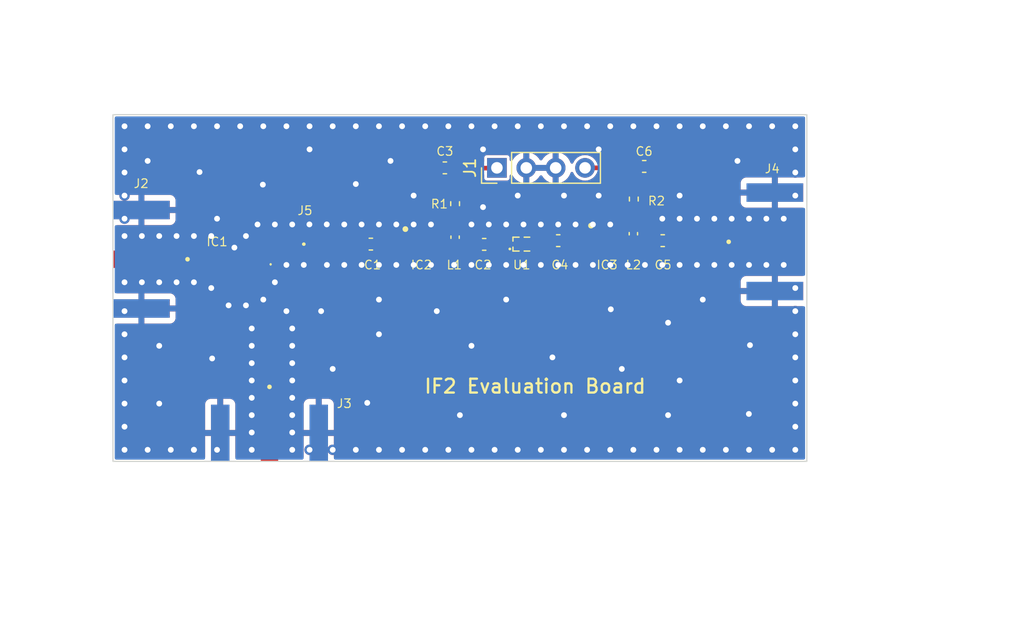
<source format=kicad_pcb>
(kicad_pcb (version 20211014) (generator pcbnew)
  (layers (0 "F.Cu" signal) (31 "B.Cu" signal) (34 "B.Paste" user) (35 "F.Paste" user) (36 "B.SilkS" user "B.Silkscreen") (37 "F.SilkS" user "F.Silkscreen") (38 "B.Mask" user) (39 "F.Mask" user) (44 "Edge.Cuts" user))
  (net 0 "")
  (net 1 "/MS_out")
  (net 2 "/amp1_in")
  (net 3 "/amp1_out")
  (net 4 "/SAW_in")
  (net 5 "GND")
  (net 6 "/Vdd_amp1")
  (net 7 "/SAW_out")
  (net 8 "/amp2_in")
  (net 9 "/amp2_out")
  (net 10 "/RF_out")
  (net 11 "/Vdd_amp2")
  (net 12 "/IF")
  (net 13 "/RF")
  (net 14 "/LO")
  (net 15 "/DC1")
  (net 16 "/DC2")
  (footprint "GGS_Connectors:LINX_CONSMA020.062-G" (layer "F.Cu") (at 124.0575 106.6 -90)
    (fp_text reference "J2" (at -6.55 -2.4325 180) (layer "F.SilkS") (effects (font (size 0.75 0.75) (thickness 0.1))))
    (fp_text value "SMA")
    (fp_circle (center 0 -6.44) (end 0.1 -6.44) (layer "F.SilkS") (width 0.2) (fill none))
    (pad "1" smd rect (at 0 -2.8 270) (size 1.5 5.6) (layers "F.Cu" "F.Paste" "F.Mask") (net 13 "/RF"))
    (pad "S1" smd rect (at -4.26 -2.45 270) (size 1.6 4.9) (layers "F.Cu" "F.Paste" "F.Mask") (net 5 "GND"))
    (pad "S2" smd rect (at 4.26 -2.45 270) (size 1.6 4.9) (layers "F.Cu" "F.Paste" "F.Mask") (net 5 "GND"))
    (pad "S3" smd rect (at -4.26 -2.45 270) (size 1.6 4.9) (layers "B.Cu" "B.Paste" "B.Mask") (net 5 "GND"))
    (pad "S4" smd rect (at 4.26 -2.45 270) (size 1.6 4.9) (layers "B.Cu" "B.Paste" "B.Mask") (net 5 "GND"))
  )
  (footprint "Mixer_2_Library:B39871B4316P810" (layer "F.Cu") (at 159.3875 105.29)
    (fp_text reference "U1" (at 0.01 1.8 unlocked) (layer "F.SilkS") (effects (font (size 0.75 0.75) (thickness 0.1))))
    (fp_text value "B39871B4316P810")
    (fp_line (start -0.75 0.6) (end -0.75 0.26) (layer "F.SilkS") (width 0.12))
    (fp_line (start 0.7 0.6) (end 0.22 0.6) (layer "F.SilkS") (width 0.12))
    (fp_line (start 0.7 -0.6) (end 0.22 -0.6) (layer "F.SilkS") (width 0.12))
    (fp_line (start -0.75 -0.6) (end -0.75 -0.26) (layer "F.SilkS") (width 0.12))
    (fp_line (start -0.22 -0.6) (end -0.75 -0.6) (layer "F.SilkS") (width 0.12))
    (fp_line (start -0.22 0.6) (end -0.75 0.6) (layer "F.SilkS") (width 0.12))
    (fp_circle (center -1.02 0.42) (end -0.96 0.42) (layer "F.SilkS") (width 0.12) (fill none))
    (pad "1" smd rect (at -0.81 0) (size 0.88 0.34) (layers "F.Cu" "F.Paste" "F.Mask") (net 4 "/SAW_in"))
    (pad "2" smd rect (at 0 0.61) (size 0.26 0.98) (layers "F.Cu" "F.Paste" "F.Mask") (net 5 "GND"))
    (pad "3" smd rect (at 0.81 0.285) (size 0.88 0.33) (layers "F.Cu" "F.Paste" "F.Mask") (net 5 "GND"))
    (pad "4" smd rect (at 0.815 -0.285) (size 0.89 0.33) (layers "F.Cu" "F.Paste" "F.Mask") (net 7 "/SAW_out"))
    (pad "5" smd rect (at 0 -0.61) (size 0.26 0.98) (layers "F.Cu" "F.Paste" "F.Mask") (net 5 "GND"))
  )
  (footprint "Capacitor_SMD:C_0603_1608Metric_Pad1.08x0.95mm_HandSolder" (layer "F.Cu") (at 169.9875 98.5675 180)
    (fp_text reference "C6" (at 0.01 1.3 180) (layer "F.SilkS") (effects (font (size 0.75 0.75) (thickness 0.1))))
    (fp_text value "0.1 uF")
    (fp_line (start -0.146267 0.51) (end 0.146267 0.51) (layer "F.SilkS") (width 0.12))
    (fp_line (start -0.146267 -0.51) (end 0.146267 -0.51) (layer "F.SilkS") (width 0.12))
    (pad "1" smd roundrect (at -0.8625 0 180) (size 1.075 0.95) (layers "F.Cu" "F.Paste" "F.Mask") (net 5 "GND"))
    (pad "2" smd roundrect (at 0.8625 0 180) (size 1.075 0.95) (layers "F.Cu" "F.Paste" "F.Mask") (net 11 "/Vdd_amp2"))
  )
  (footprint "Capacitor_SMD:C_0603_1608Metric_Pad1.08x0.95mm_HandSolder" (layer "F.Cu") (at 152.75 98.69)
    (fp_text reference "C3" (at 0 -1.43) (layer "F.SilkS") (effects (font (size 0.75 0.75) (thickness 0.1))))
    (fp_text value "0.1 uF")
    (fp_line (start -0.146267 0.51) (end 0.146267 0.51) (layer "F.SilkS") (width 0.12))
    (fp_line (start -0.146267 -0.51) (end 0.146267 -0.51) (layer "F.SilkS") (width 0.12))
    (pad "1" smd roundrect (at -0.8625 0) (size 1.075 0.95) (layers "F.Cu" "F.Paste" "F.Mask") (net 5 "GND"))
    (pad "2" smd roundrect (at 0.8625 0) (size 1.075 0.95) (layers "F.Cu" "F.Paste" "F.Mask") (net 6 "/Vdd_amp1"))
  )
  (footprint "GGS_Connectors:LINX_CONSMA020.062-G" (layer "F.Cu") (at 137.585 124.0825)
    (fp_text reference "J3" (at 6.465 -4.9925) (layer "F.SilkS") (effects (font (size 0.75 0.75) (thickness 0.1))))
    (fp_text value "SMA")
    (fp_circle (center 0 -6.44) (end 0.1 -6.44) (layer "F.SilkS") (width 0.2) (fill none))
    (pad "1" smd rect (at 0 -2.8) (size 1.5 5.6) (layers "F.Cu" "F.Paste" "F.Mask") (net 14 "/LO"))
    (pad "S1" smd rect (at -4.26 -2.45) (size 1.6 4.9) (layers "F.Cu" "F.Paste" "F.Mask") (net 5 "GND"))
    (pad "S2" smd rect (at 4.26 -2.45) (size 1.6 4.9) (layers "F.Cu" "F.Paste" "F.Mask") (net 5 "GND"))
    (pad "S3" smd rect (at -4.26 -2.45) (size 1.6 4.9) (layers "B.Cu" "B.Paste" "B.Mask") (net 5 "GND"))
    (pad "S4" smd rect (at 4.26 -2.45) (size 1.6 4.9) (layers "B.Cu" "B.Paste" "B.Mask") (net 5 "GND"))
  )
  (footprint "Connector_PinHeader_2.54mm:PinHeader_1x04_P2.54mm_Vertical" (layer "F.Cu") (at 157.25 98.69 90)
    (fp_text reference "J1" (at 0 -2.33 90) (layer "F.SilkS"))
    (fp_text value "Conn_01x04")
    (fp_line (start -1.33 8.95) (end 1.33 8.95) (layer "F.SilkS") (width 0.12))
    (fp_line (start -1.33 1.27) (end -1.33 8.95) (layer "F.SilkS") (width 0.12))
    (fp_line (start -1.33 0) (end -1.33 -1.33) (layer "F.SilkS") (width 0.12))
    (fp_line (start 1.33 1.27) (end 1.33 8.95) (layer "F.SilkS") (width 0.12))
    (fp_line (start -1.33 -1.33) (end 0 -1.33) (layer "F.SilkS") (width 0.12))
    (fp_line (start -1.33 1.27) (end 1.33 1.27) (layer "F.SilkS") (width 0.12))
    (pad "1" thru_hole rect (at 0 0 90) (size 1.7 1.7) (drill 1) (layers *.Cu *.Mask) (net 6 "/Vdd_amp1"))
    (pad "2" thru_hole oval (at 0 2.54 90) (size 1.7 1.7) (drill 1) (layers *.Cu *.Mask) (net 5 "GND"))
    (pad "3" thru_hole oval (at 0 5.08 90) (size 1.7 1.7) (drill 1) (layers *.Cu *.Mask) (net 5 "GND"))
    (pad "4" thru_hole oval (at 0 7.62 90) (size 1.7 1.7) (drill 1) (layers *.Cu *.Mask) (net 11 "/Vdd_amp2"))
  )
  (footprint "SamacSys_Parts:MS156C320" (layer "F.Cu") (at 142.305 105.29)
    (fp_text reference "J5" (at -1.655 -2.9) (layer "F.SilkS") (effects (font (size 0.75 0.75) (thickness 0.1))))
    (fp_text value "MS-156C3_20_" hide)
    (fp_line (start -1.7 0) (end -1.7 0) (layer "F.SilkS") (width 0.2))
    (fp_line (start -1.8 0) (end -1.8 0) (layer "F.SilkS") (width 0.2))
    (fp_line (start -1.8 0) (end -1.8 0) (layer "F.SilkS") (width 0.2))
    (fp_arc (start -1.7 0) (mid -1.75 0.05) (end -1.8 0) (layer "F.SilkS") (width 0.2))
    (fp_arc (start -1.7 0) (mid -1.75 0.05) (end -1.8 0) (layer "F.SilkS") (width 0.2))
    (fp_arc (start -1.8 0) (mid -1.75 -0.05) (end -1.7 0) (layer "F.SilkS") (width 0.2))
    (pad "1" smd rect locked (at -0.96 0 90) (size 0.48 0.5) (layers "F.Cu" "F.Paste" "F.Mask") (net 12 "/IF"))
    (pad "2" smd rect locked (at 0 0.79 90) (size 0.42 2.4) (layers "F.Cu" "F.Paste" "F.Mask") (net 5 "GND"))
    (pad "3" smd rect locked (at 0.96 0 90) (size 0.48 0.5) (layers "F.Cu" "F.Paste" "F.Mask") (net 1 "/MS_out"))
    (pad "4" smd rect locked (at 0 -0.79 90) (size 0.42 2.4) (layers "F.Cu" "F.Paste" "F.Mask") (net 5 "GND"))
    (pad "5" smd rect locked (at 0.825 -1.125 90) (size 0.25 0.75) (layers "F.Cu" "F.Paste" "F.Mask") (net 5 "GND"))
    (pad "6" smd rect locked (at -0.825 -1.125 90) (size 0.25 0.75) (layers "F.Cu" "F.Paste" "F.Mask") (net 5 "GND"))
    (pad "7" smd rect locked (at -0.825 1.125 90) (size 0.25 0.75) (layers "F.Cu" "F.Paste" "F.Mask") (net 5 "GND"))
    (pad "8" smd rect locked (at 0.825 1.125 90) (size 0.25 0.75) (layers "F.Cu" "F.Paste" "F.Mask") (net 5 "GND"))
  )
  (footprint "Inductor_SMD:L_0402_1005Metric_Pad0.77x0.64mm_HandSolder" (layer "F.Cu") (at 153.635 104.69 -90)
    (fp_text reference "L1" (at 2.4 0.07 180) (layer "F.SilkS") (effects (font (size 0.75 0.75) (thickness 0.1))))
    (fp_text value "120 nH")
    (fp_line (start -0.1002 0.36) (end 0.1002 0.36) (layer "F.SilkS") (width 0.12))
    (fp_line (start -0.1002 -0.36) (end 0.1002 -0.36) (layer "F.SilkS") (width 0.12))
    (pad "1" smd roundrect (at -0.5725 0 270) (size 0.765 0.64) (layers "F.Cu" "F.Paste" "F.Mask") (net 15 "/DC1"))
    (pad "2" smd roundrect (at 0.5725 0 270) (size 0.765 0.64) (layers "F.Cu" "F.Paste" "F.Mask") (net 3 "/amp1_out"))
  )
  (footprint "SamacSys_Parts:SIM14" (layer "F.Cu") (at 135.685 110.09 180)
    (fp_text reference "IC1" (at 2.635 5 180) (layer "F.SilkS") (effects (font (size 0.75 0.75) (thickness 0.1))))
    (fp_text value "SIM-14+" hide)
    (fp_line (start -2 3.1) (end -2 3.1) (layer "F.SilkS") (width 0.1))
    (fp_line (start -2 3) (end -2 3) (layer "F.SilkS") (width 0.1))
    (fp_arc (start -2 3) (mid -1.95 3.05) (end -2 3.1) (layer "F.SilkS") (width 0.1))
    (fp_arc (start -2 3.1) (mid -2.05 3.05) (end -2 3) (layer "F.SilkS") (width 0.1))
    (pad "1" smd rect locked (at -1.905 1.615 180) (size 0.76 1.95) (layers "F.Cu" "F.Paste" "F.Mask") (net 5 "GND"))
    (pad "2" smd rect locked (at -0.635 2.045 180) (size 0.76 1.09) (layers "F.Cu" "F.Paste" "F.Mask") (net 12 "/IF"))
    (pad "3" smd rect locked (at 0.635 1.615 180) (size 0.76 1.95) (layers "F.Cu" "F.Paste" "F.Mask") (net 5 "GND"))
    (pad "4" smd rect locked (at 1.905 2.045 180) (size 0.76 1.09) (layers "F.Cu" "F.Paste" "F.Mask") (net 13 "/RF"))
    (pad "5" smd rect locked (at 1.905 -2.045 180) (size 0.76 1.09) (layers "F.Cu" "F.Paste" "F.Mask") (net 5 "GND"))
    (pad "6" smd rect locked (at 0.635 -2.045 180) (size 0.76 1.09) (layers "F.Cu" "F.Paste" "F.Mask") (net 5 "GND"))
    (pad "7" smd rect locked (at -0.635 -2.045 180) (size 0.76 1.09) (layers "F.Cu" "F.Paste" "F.Mask") (net 5 "GND"))
    (pad "8" smd rect locked (at -1.905 -2.045 180) (size 0.76 1.09) (layers "F.Cu" "F.Paste" "F.Mask") (net 14 "/LO"))
    (pad "9" smd rect locked (at -1.65 0 180) (size 1.27 1.28) (layers "F.Cu" "F.Paste" "F.Mask") (net 5 "GND"))
    (pad "10" smd rect locked (at 0.635 -0.43 270) (size 2.14 3.3) (layers "F.Cu" "F.Paste" "F.Mask") (net 5 "GND"))
  )
  (footprint "SamacSys_Parts:SON65P200X200X105-7N" (layer "F.Cu") (at 166.7875 104.99)
    (fp_text reference "IC3" (at -0.01 2.1) (layer "F.SilkS") (effects (font (size 0.75 0.75) (thickness 0.1))))
    (fp_text value "LEE2-6+" hide)
    (fp_circle (center -1.4 -1.3) (end -1.4 -1.175) (layer "F.SilkS") (width 0.25) (fill none))
    (pad "1" smd rect locked (at -1 -0.65 90) (size 0.3 0.8) (layers "F.Cu" "F.Paste" "F.Mask") (net 5 "GND"))
    (pad "2" smd rect locked (at -1 0 90) (size 0.3 0.8) (layers "F.Cu" "F.Paste" "F.Mask") (net 8 "/amp2_in"))
    (pad "3" smd rect locked (at -1 0.65 90) (size 0.3 0.8) (layers "F.Cu" "F.Paste" "F.Mask") (net 5 "GND"))
    (pad "4" smd rect locked (at 1 0.65 90) (size 0.3 0.8) (layers "F.Cu" "F.Paste" "F.Mask") (net 5 "GND"))
    (pad "5" smd rect locked (at 1 0 90) (size 0.3 0.8) (layers "F.Cu" "F.Paste" "F.Mask") (net 9 "/amp2_out"))
    (pad "6" smd rect locked (at 1 -0.65 90) (size 0.3 0.8) (layers "F.Cu" "F.Paste" "F.Mask") (net 5 "GND"))
    (pad "7" smd rect locked (at 0 0) (size 0.6 1.2) (layers "F.Cu" "F.Paste" "F.Mask") (net 5 "GND"))
  )
  (footprint "Capacitor_SMD:C_0603_1608Metric_Pad1.08x0.95mm_HandSolder" (layer "F.Cu") (at 162.55 104.99)
    (fp_text reference "C4" (at 0.146267 2.1) (layer "F.SilkS") (effects (font (size 0.75 0.75) (thickness 0.1))))
    (fp_text value "2400 pF")
    (fp_line (start -0.146267 -0.51) (end 0.146267 -0.51) (layer "F.SilkS") (width 0.12))
    (fp_line (start -0.146267 0.51) (end 0.146267 0.51) (layer "F.SilkS") (width 0.12))
    (pad "1" smd roundrect (at -0.8625 0) (size 1.075 0.95) (layers "F.Cu" "F.Paste" "F.Mask") (net 7 "/SAW_out"))
    (pad "2" smd roundrect (at 0.8625 0) (size 1.075 0.95) (layers "F.Cu" "F.Paste" "F.Mask") (net 8 "/amp2_in"))
  )
  (footprint "Resistor_SMD:R_0402_1005Metric_Pad0.72x0.64mm_HandSolder" (layer "F.Cu") (at 169.0875 101.39 -90)
    (fp_text reference "R2" (at 0.167621 -1.9625 180) (layer "F.SilkS") (effects (font (size 0.75 0.75) (thickness 0.1))))
    (fp_text value "88.7")
    (fp_line (start -0.167621 0.38) (end 0.167621 0.38) (layer "F.SilkS") (width 0.12))
    (fp_line (start -0.167621 -0.38) (end 0.167621 -0.38) (layer "F.SilkS") (width 0.12))
    (pad "1" smd roundrect (at -0.5975 0 270) (size 0.715 0.64) (layers "F.Cu" "F.Paste" "F.Mask") (net 11 "/Vdd_amp2"))
    (pad "2" smd roundrect (at 0.5975 0 270) (size 0.715 0.64) (layers "F.Cu" "F.Paste" "F.Mask") (net 16 "/DC2"))
  )
  (footprint "GGS_Connectors:LINX_CONSMA020.062-G" (layer "F.Cu") (at 183.7325 105.09 90)
    (fp_text reference "J4" (at 6.32 -2.6725 180) (layer "F.SilkS") (effects (font (size 0.75 0.75) (thickness 0.1))))
    (fp_text value "SMA")
    (fp_circle (center 0 -6.44) (end 0.1 -6.44) (layer "F.SilkS") (width 0.2) (fill none))
    (pad "1" smd rect (at 0 -2.8 90) (size 1.5 5.6) (layers "F.Cu" "F.Paste" "F.Mask") (net 10 "/RF_out"))
    (pad "S1" smd rect (at -4.26 -2.45 90) (size 1.6 4.9) (layers "F.Cu" "F.Paste" "F.Mask") (net 5 "GND"))
    (pad "S2" smd rect (at 4.26 -2.45 90) (size 1.6 4.9) (layers "F.Cu" "F.Paste" "F.Mask") (net 5 "GND"))
    (pad "S3" smd rect (at -4.26 -2.45 90) (size 1.6 4.9) (layers "B.Cu" "B.Paste" "B.Mask") (net 5 "GND"))
    (pad "S4" smd rect (at 4.26 -2.45 90) (size 1.6 4.9) (layers "B.Cu" "B.Paste" "B.Mask") (net 5 "GND"))
  )
  (footprint "SamacSys_Parts:SON65P200X200X105-7N" (layer "F.Cu") (at 150.735 105.29)
    (fp_text reference "IC2" (at -0.01 1.8) (layer "F.SilkS") (effects (font (size 0.75 0.75) (thickness 0.1))))
    (fp_text value "LEE2-6+" hide)
    (fp_circle (center -1.4 -1.3) (end -1.4 -1.175) (layer "F.SilkS") (width 0.25) (fill none))
    (pad "1" smd rect locked (at -1 -0.65 90) (size 0.3 0.8) (layers "F.Cu" "F.Paste" "F.Mask") (net 5 "GND"))
    (pad "2" smd rect locked (at -1 0 90) (size 0.3 0.8) (layers "F.Cu" "F.Paste" "F.Mask") (net 2 "/amp1_in"))
    (pad "3" smd rect locked (at -1 0.65 90) (size 0.3 0.8) (layers "F.Cu" "F.Paste" "F.Mask") (net 5 "GND"))
    (pad "4" smd rect locked (at 1 0.65 90) (size 0.3 0.8) (layers "F.Cu" "F.Paste" "F.Mask") (net 5 "GND"))
    (pad "5" smd rect locked (at 1 0 90) (size 0.3 0.8) (layers "F.Cu" "F.Paste" "F.Mask") (net 3 "/amp1_out"))
    (pad "6" smd rect locked (at 1 -0.65 90) (size 0.3 0.8) (layers "F.Cu" "F.Paste" "F.Mask") (net 5 "GND"))
    (pad "7" smd rect locked (at 0 0) (size 0.6 1.2) (layers "F.Cu" "F.Paste" "F.Mask") (net 5 "GND"))
  )
  (footprint "Resistor_SMD:R_0402_1005Metric_Pad0.72x0.64mm_HandSolder" (layer "F.Cu") (at 153.635 101.79 -90)
    (fp_text reference "R1" (at 0.03 1.36 180) (layer "F.SilkS") (effects (font (size 0.75 0.75) (thickness 0.1))))
    (fp_text value "88.7")
    (fp_line (start -0.167621 0.38) (end 0.167621 0.38) (layer "F.SilkS") (width 0.12))
    (fp_line (start -0.167621 -0.38) (end 0.167621 -0.38) (layer "F.SilkS") (width 0.12))
    (pad "1" smd roundrect (at -0.5975 0 270) (size 0.715 0.64) (layers "F.Cu" "F.Paste" "F.Mask") (net 6 "/Vdd_amp1"))
    (pad "2" smd roundrect (at 0.5975 0 270) (size 0.715 0.64) (layers "F.Cu" "F.Paste" "F.Mask") (net 15 "/DC1"))
  )
  (footprint "Capacitor_SMD:C_0603_1608Metric_Pad1.08x0.95mm_HandSolder" (layer "F.Cu") (at 171.5875 104.99)
    (fp_text reference "C5" (at 0.03 2.1) (layer "F.SilkS") (effects (font (size 0.75 0.75) (thickness 0.1))))
    (fp_text value "2400 pF")
    (fp_line (start -0.146267 -0.51) (end 0.146267 -0.51) (layer "F.SilkS") (width 0.12))
    (fp_line (start -0.146267 0.51) (end 0.146267 0.51) (layer "F.SilkS") (width 0.12))
    (pad "1" smd roundrect (at -0.8625 0) (size 1.075 0.95) (layers "F.Cu" "F.Paste" "F.Mask") (net 9 "/amp2_out"))
    (pad "2" smd roundrect (at 0.8625 0) (size 1.075 0.95) (layers "F.Cu" "F.Paste" "F.Mask") (net 10 "/RF_out"))
  )
  (footprint "Capacitor_SMD:C_0603_1608Metric_Pad1.08x0.95mm_HandSolder" (layer "F.Cu") (at 156.15 105.3125)
    (fp_text reference "C2" (at -0.1 1.7775) (layer "F.SilkS") (effects (font (size 0.75 0.75) (thickness 0.1))))
    (fp_text value "2400 pF")
    (fp_line (start -0.146267 -0.51) (end 0.146267 -0.51) (layer "F.SilkS") (width 0.12))
    (fp_line (start -0.146267 0.51) (end 0.146267 0.51) (layer "F.SilkS") (width 0.12))
    (pad "1" smd roundrect (at -0.8625 0) (size 1.075 0.95) (layers "F.Cu" "F.Paste" "F.Mask") (net 3 "/amp1_out"))
    (pad "2" smd roundrect (at 0.8625 0) (size 1.075 0.95) (layers "F.Cu" "F.Paste" "F.Mask") (net 4 "/SAW_in"))
  )
  (footprint "Capacitor_SMD:C_0603_1608Metric_Pad1.08x0.95mm_HandSolder" (layer "F.Cu") (at 146.35 105.29)
    (fp_text reference "C1" (at 0.146267 1.8) (layer "F.SilkS") (effects (font (size 0.75 0.75) (thickness 0.1))))
    (fp_text value "2400 pF")
    (fp_line (start -0.146267 0.51) (end 0.146267 0.51) (layer "F.SilkS") (width 0.12))
    (fp_line (start -0.146267 -0.51) (end 0.146267 -0.51) (layer "F.SilkS") (width 0.12))
    (pad "1" smd roundrect (at -0.8625 0) (size 1.075 0.95) (layers "F.Cu" "F.Paste" "F.Mask") (net 1 "/MS_out"))
    (pad "2" smd roundrect (at 0.8625 0) (size 1.075 0.95) (layers "F.Cu" "F.Paste" "F.Mask") (net 2 "/amp1_in"))
  )
  (footprint "Inductor_SMD:L_0402_1005Metric_Pad0.77x0.64mm_HandSolder" (layer "F.Cu") (at 169.05 104.39 -90)
    (fp_text reference "L2" (at 2.7 0 180) (layer "F.SilkS") (effects (font (size 0.75 0.75) (thickness 0.1))))
    (fp_text value "120 nH")
    (fp_line (start -0.1002 -0.36) (end 0.1002 -0.36) (layer "F.SilkS") (width 0.12))
    (fp_line (start -0.1002 0.36) (end 0.1002 0.36) (layer "F.SilkS") (width 0.12))
    (pad "1" smd roundrect (at -0.5725 0 270) (size 0.765 0.64) (layers "F.Cu" "F.Paste" "F.Mask") (net 16 "/DC2"))
    (pad "2" smd roundrect (at 0.5725 0 270) (size 0.765 0.64) (layers "F.Cu" "F.Paste" "F.Mask") (net 9 "/amp2_out"))
  )
  (gr_rect (start 124.05 124.09) (end 184.05 94.09) (layer "Edge.Cuts") (width 0.1) (fill none))
  (gr_text "IF2 Evaluation Board" (at 160.55 117.59) (layer "F.SilkS") (effects (font (size 1.2 1.2) (thickness 0.2))))
  (segment (start 143.8975 105.29) (end 143.2025 105.29) (width 0.4) (layer "F.Cu") (net 1))
  (segment (start 144.65 105.29) (end 144.564961 105.29) (width 1.6129) (layer "F.Cu") (net 1))
  (segment (start 147.2125 105.29) (end 148.25 105.29) (width 1.6129) (layer "F.Cu") (net 2))
  (segment (start 149.735 105.29) (end 148.25 105.29) (width 0.4) (layer "F.Cu") (net 2))
  (segment (start 153.6075 105.29) (end 153.635 105.2625) (width 0.4) (layer "F.Cu") (net 3))
  (segment (start 151.735 105.29) (end 153.6075 105.29) (width 0.4) (layer "F.Cu") (net 3))
  (segment (start 155.200039 105.399961) (end 154.460337 105.399961) (width 1.6129) (layer "F.Cu") (net 3))
  (segment (start 158.35 105.19) (end 158.45 105.29) (width 0.4) (layer "F.Cu") (net 4))
  (segment (start 158.25 105.29) (end 157.235 105.29) (width 1) (layer "F.Cu") (net 4))
  (segment (start 157.135 105.19) (end 157.0125 105.3125) (width 0.4) (layer "F.Cu") (net 4))
  (segment (start 158.45 105.29) (end 158.5775 105.29) (width 0.4) (layer "F.Cu") (net 4))
  (segment (start 143.13 106.915) (end 143.13 107.31) (width 0.4) (layer "F.Cu") (net 5))
  (segment (start 142.305 102.745) (end 142.25 102.69) (width 0.4) (layer "F.Cu") (net 5))
  (segment (start 159.3875 105.9) (end 159.3875 104.68) (width 0.25) (layer "F.Cu") (net 5))
  (segment (start 159.3875 105.455) (end 159.3875 104.68) (width 0.25) (layer "F.Cu") (net 5))
  (segment (start 141.48 103.57) (end 142.105 102.945) (width 0.4) (layer "F.Cu") (net 5))
  (segment (start 141.48 107.62) (end 142.15 108.29) (width 0.4) (layer "F.Cu") (net 5))
  (segment (start 141.48 104.165) (end 141.48 103.57) (width 0.4) (layer "F.Cu") (net 5))
  (segment (start 143.13 103.97) (end 142.105 102.945) (width 0.4) (layer "F.Cu") (net 5))
  (segment (start 143.13 104.165) (end 143.13 103.97) (width 0.4) (layer "F.Cu") (net 5))
  (segment (start 141.48 106.915) (end 141.48 107.62) (width 0.4) (layer "F.Cu") (net 5))
  (segment (start 142.105 102.945) (end 142.305 102.745) (width 0.4) (layer "F.Cu") (net 5))
  (segment (start 143.13 107.31) (end 142.305 108.135) (width 0.4) (layer "F.Cu") (net 5))
  (segment (start 142.305 104.5) (end 142.305 102.745) (width 0.4) (layer "F.Cu") (net 5))
  (segment (start 142.15 108.29) (end 142.305 108.135) (width 0.4) (layer "F.Cu") (net 5))
  (segment (start 142.305 108.135) (end 142.305 106.58) (width 0.4) (layer "F.Cu") (net 5))
  (via (at 145.05 95.09) (size 0.9) (drill 0.5) (layers "F.Cu" "B.Cu") (net 5))
  (via (at 183.05 95.09) (size 0.9) (drill 0.5) (layers "F.Cu" "B.Cu") (net 5))
  (via (at 167.05 95.09) (size 0.9) (drill 0.5) (layers "F.Cu" "B.Cu") (net 5))
  (via (at 153.05 95.09) (size 0.9) (drill 0.5) (layers "F.Cu" "B.Cu") (net 5))
  (via (at 162.55 107.09) (size 0.9) (drill 0.5) (layers "F.Cu" "B.Cu") (net 5))
  (via (at 165.05 123.09) (size 0.9) (drill 0.5) (layers "F.Cu" "B.Cu") (net 5))
  (via (at 135.55 104.59) (size 0.9) (drill 0.5) (layers "F.Cu" "B.Cu") (net 5))
  (via (at 159.55 103.59) (size 0.9) (drill 0.5) (layers "F.Cu" "B.Cu") (net 5))
  (via (at 144.05 107.09) (size 0.9) (drill 0.5) (layers "F.Cu" "B.Cu") (net 5))
  (via (at 168.55 107.09) (size 0.9) (drill 0.5) (layers "F.Cu" "B.Cu") (net 5))
  (via (at 139.55 123.09) (size 0.9) (drill 0.5) (layers "F.Cu" "B.Cu") (net 5))
  (via (at 168.05 116.09) (size 0.9) (drill 0.5) (layers "F.Cu" "B.Cu") (net 5))
  (via (at 139.55 120.09) (size 0.9) (drill 0.5) (layers "F.Cu" "B.Cu") (net 5))
  (via (at 131.05 123.09) (size 0.9) (drill 0.5) (layers "F.Cu" "B.Cu") (net 5))
  (via (at 149.05 95.09) (size 0.9) (drill 0.5) (layers "F.Cu" "B.Cu") (net 5))
  (via (at 144.05 103.59) (size 0.9) (drill 0.5) (layers "F.Cu" "B.Cu") (net 5))
  (via (at 141.05 123.09) (size 0.9) (drill 0.5) (layers "F.Cu" "B.Cu") (net 5))
  (via (at 179.05 103.09) (size 0.9) (drill 0.5) (layers "F.Cu" "B.Cu") (net 5))
  (via (at 136.05 120.09) (size 0.9) (drill 0.5) (layers "F.Cu" "B.Cu") (net 5))
  (via (at 157.05 123.09) (size 0.9) (drill 0.5) (layers "F.Cu" "B.Cu") (net 5))
  (via (at 131.537883 99.05436) (size 0.9) (drill 0.5) (layers "F.Cu" "B.Cu") (net 5))
  (via (at 139.55 114.09) (size 0.9) (drill 0.5) (layers "F.Cu" "B.Cu") (net 5))
  (via (at 136.05 121.59) (size 0.9) (drill 0.5) (layers "F.Cu" "B.Cu") (net 5))
  (via (at 167.05 123.09) (size 0.9) (drill 0.5) (layers "F.Cu" "B.Cu") (net 5))
  (via (at 183.05 99.09) (size 0.9) (drill 0.5) (layers "F.Cu" "B.Cu") (net 5))
  (via (at 149.05 123.09) (size 0.9) (drill 0.5) (layers "F.Cu" "B.Cu") (net 5))
  (via (at 141.037883 103.582641) (size 0.9) (drill 0.5) (layers "F.Cu" "B.Cu") (net 5))
  (via (at 159.05 101.09) (size 0.9) (drill 0.5) (layers "F.Cu" "B.Cu") (net 5))
  (via (at 148.55 103.59) (size 0.9) (drill 0.5) (layers "F.Cu" "B.Cu") (net 5))
  (via (at 174.55 103.09) (size 0.9) (drill 0.5) (layers "F.Cu" "B.Cu") (net 5))
  (via (at 163.05 123.09) (size 0.9) (drill 0.5) (layers "F.Cu" "B.Cu") (net 5))
  (via (at 167.05 103.59) (size 0.9) (drill 0.5) (layers "F.Cu" "B.Cu") (net 5))
  (via (at 139.55 103.59) (size 0.9) (drill 0.5) (layers "F.Cu" "B.Cu") (net 5))
  (via (at 136.05 114.09) (size 0.9) (drill 0.5) (layers "F.Cu" "B.Cu") (net 5))
  (via (at 145.55 103.59) (size 0.9) (drill 0.5) (layers "F.Cu" "B.Cu") (net 5))
  (via (at 183.05 119.09) (size 0.9) (drill 0.5) (layers "F.Cu" "B.Cu") (net 5))
  (via (at 137.05 110.09) (size 0.9) (drill 0.5) (layers "F.Cu" "B.Cu") (net 5))
  (via (at 153.05 123.09) (size 0.9) (drill 0.5) (layers "F.Cu" "B.Cu") (net 5))
  (via (at 131.05 95.09) (size 0.9) (drill 0.5) (layers "F.Cu" "B.Cu") (net 5))
  (via (at 176.05 103.09) (size 0.9) (drill 0.5) (layers "F.Cu" "B.Cu") (net 5))
  (via (at 166.05 101.09) (size 0.9) (drill 0.5) (layers "F.Cu" "B.Cu") (net 5))
  (via (at 135.05 95.09) (size 0.9) (drill 0.5) (layers "F.Cu" "B.Cu") (net 5))
  (via (at 145.55 107.09) (size 0.9) (drill 0.5) (layers "F.Cu" "B.Cu") (net 5))
  (via (at 171.05 123.09) (size 0.9) (drill 0.5) (layers "F.Cu" "B.Cu") (net 5))
  (via (at 183.05 115.09) (size 0.9) (drill 0.5) (layers "F.Cu" "B.Cu") (net 5))
  (via (at 125.05 108.59) (size 0.9) (drill 0.5) (layers "F.Cu" "B.Cu") (net 5))
  (via (at 126.55 104.59) (size 0.9) (drill 0.5) (layers "F.Cu" "B.Cu") (net 5))
  (via (at 143.05 116.09) (size 0.9) (drill 0.5) (layers "F.Cu" "B.Cu") (net 5))
  (via (at 155.05 107.09) (size 0.9) (drill 0.5) (layers "F.Cu" "B.Cu") (net 5))
  (via (at 133.05 123.09) (size 0.9) (drill 0.5) (layers "F.Cu" "B.Cu") (net 5))
  (via (at 180.55 107.09) (size 0.9) (drill 0.5) (layers "F.Cu" "B.Cu") (net 5))
  (via (at 180.55 103.09) (size 0.9) (drill 0.5) (layers "F.Cu" "B.Cu") (net 5))
  (via (at 183.05 123.09) (size 0.9) (drill 0.5) (layers "F.Cu" "B.Cu") (net 5))
  (via (at 128.05 104.59) (size 0.9) (drill 0.5) (layers "F.Cu" "B.Cu") (net 5))
  (via (at 171.55 103.09) (size 0.9) (drill 0.5) (layers "F.Cu" "B.Cu") (net 5))
  (via (at 132.55 109.09) (size 0.9) (drill 0.5) (layers "F.Cu" "B.Cu") (net 5))
  (via (at 159.05 123.09) (size 0.9) (drill 0.5) (layers "F.Cu" "B.Cu") (net 5))
  (via (at 173.05 117.09) (size 0.9) (drill 0.5) (layers "F.Cu" "B.Cu") (net 5))
  (via (at 155.05 114.09) (size 0.9) (drill 0.5) (layers "F.Cu" "B.Cu") (net 5))
  (via (at 128.05 114.09) (size 0.9) (drill 0.5) (layers "F.Cu" "B.Cu") (net 5))
  (via (at 147.05 110.09) (size 0.9) (drill 0.5) (layers "F.Cu" "B.Cu") (net 5))
  (via (at 147.05 103.59) (size 0.9) (drill 0.5) (layers "F.Cu" "B.Cu") (net 5))
  (via (at 172.05 112.09) (size 0.9) (drill 0.5) (layers "F.Cu" "B.Cu") (net 5))
  (via (at 151.55 103.59) (size 0.9) (drill 0.5) (layers "F.Cu" "B.Cu") (net 5))
  (via (at 155.05 123.09) (size 0.9) (drill 0.5) (layers "F.Cu" "B.Cu") (net 5))
  (via (at 125.05 111.09) (size 0.9) (drill 0.5) (layers "F.Cu" "B.Cu") (net 5))
  (via (at 156.55 103.59) (size 0.9) (drill 0.5) (layers "F.Cu" "B.Cu") (net 5))
  (via (at 154.05 120.09) (size 0.9) (drill 0.5) (layers "F.Cu" "B.Cu") (net 5))
  (via (at 147.05 123.09) (size 0.9) (drill 0.5) (layers "F.Cu" "B.Cu") (net 5))
  (via (at 139.05 107.09) (size 0.9) (drill 0.5) (layers "F.Cu" "B.Cu") (net 5))
  (via (at 177.55 103.09) (size 0.9) (drill 0.5) (layers "F.Cu" "B.Cu") (net 5))
  (via (at 155.05 95.09) (size 0.9) (drill 0.5) (layers "F.Cu" "B.Cu") (net 5))
  (via (at 146.037174 119.026893) (size 0.9) (drill 0.5) (layers "F.Cu" "B.Cu") (net 5))
  (via (at 147.05 113.09) (size 0.9) (drill 0.5) (layers "F.Cu" "B.Cu") (net 5))
  (via (at 163.05 95.09) (size 0.9) (drill 0.5) (layers "F.Cu" "B.Cu") (net 5))
  (via (at 142.537883 103.582641) (size 0.9) (drill 0.5) (layers "F.Cu" "B.Cu") (net 5))
  (via (at 125.05 101.09) (size 0.9) (drill 0.5) (layers "F.Cu" "B.Cu") (net 5))
  (via (at 183.05 117.09) (size 0.9) (drill 0.5) (layers "F.Cu" "B.Cu") (net 5))
  (via (at 142.05 111.09) (size 0.9) (drill 0.5) (layers "F.Cu" "B.Cu") (net 5))
  (via (at 175.05 123.09) (size 0.9) (drill 0.5) (layers "F.Cu" "B.Cu") (net 5))
  (via (at 161.05 123.09) (size 0.9) (drill 0.5) (layers "F.Cu" "B.Cu") (net 5))
  (via (at 181.05 95.09) (size 0.9) (drill 0.5) (layers "F.Cu" "B.Cu") (net 5))
  (via (at 183.05 121.09) (size 0.9) (drill 0.5) (layers "F.Cu" "B.Cu") (net 5))
  (via (at 179.05 95.09) (size 0.9) (drill 0.5) (layers "F.Cu" "B.Cu") (net 5))
  (via (at 175.05 95.09) (size 0.9) (drill 0.5) (layers "F.Cu" "B.Cu") (net 5))
  (via (at 125.05 97.09) (size 0.9) (drill 0.5) (layers "F.Cu" "B.Cu") (net 5))
  (via (at 125.05 123.09) (size 0.9) (drill 0.5) (layers "F.Cu" "B.Cu") (net 5))
  (via (at 175.05 110.09) (size 0.9) (drill 0.5) (layers "F.Cu" "B.Cu") (net 5))
  (via (at 153.55 107.09) (size 0.9) (drill 0.5) (layers "F.Cu" "B.Cu") (net 5))
  (via (at 141.05 95.09) (size 0.9) (drill 0.5) (layers "F.Cu" "B.Cu") (net 5))
  (via (at 179.132686 114.03376) (size 0.9) (drill 0.5) (layers "F.Cu" "B.Cu") (net 5))
  (via (at 136.05 115.59) (size 0.9) (drill 0.5) (layers "F.Cu" "B.Cu") (net 5))
  (via (at 125.05 99.09) (size 0.9) (drill 0.5) (layers "F.Cu" "B.Cu") (net 5))
  (via (at 182.05 103.09) (size 0.9) (drill 0.5) (layers "F.Cu" "B.Cu") (net 5))
  (via (at 128.05 119.09) (size 0.9) (drill 0.5) (layers "F.Cu" "B.Cu") (net 5))
  (via (at 139.05 95.09) (size 0.9) (drill 0.5) (layers "F.Cu" "B.Cu") (net 5))
  (via (at 183.05 101.09) (size 0.9) (drill 0.5) (layers "F.Cu" "B.Cu") (net 5))
  (via (at 179.05 107.09) (size 0.9) (drill 0.5) (layers "F.Cu" "B.Cu") (net 5))
  (via (at 157.05 95.09) (size 0.9) (drill 0.5) (layers "F.Cu" "B.Cu") (net 5))
  (via (at 167.097955 110.929055) (size 0.9) (drill 0.5) (layers "F.Cu" "B.Cu") (net 5))
  (via (at 125.05 119.09) (size 0.9) (drill 0.5) (layers "F.Cu" "B.Cu") (net 5))
  (via (at 183.05 113.09) (size 0.9) (drill 0.5) (layers "F.Cu" "B.Cu") (net 5))
  (via (at 128.05 108.59) (size 0.9) (drill 0.5) (layers "F.Cu" "B.Cu") (net 5))
  (via (at 138.05 103.59) (size 0.9) (drill 0.5) (layers "F.Cu" "B.Cu") (net 5))
  (via (at 136.05 112.59) (size 0.9) (drill 0.5) (layers "F.Cu" "B.Cu") (net 5))
  (via (at 164.05 107.09) (size 0.9) (drill 0.5) (layers "F.Cu" "B.Cu") (net 5))
  (via (at 131.05 108.59) (size 0.9) (drill 0.5) (layers "F.Cu" "B.Cu") (net 5))
  (via (at 183.05 109.09) (size 0.9) (drill 0.5) (layers "F.Cu" "B.Cu") (net 5))
  (via (at 163.05 120.09) (size 0.9) (drill 0.5) (layers "F.Cu" "B.Cu") (net 5))
  (via (at 165.55 107.09) (size 0.9) (drill 0.5) (layers "F.Cu" "B.Cu") (net 5))
  (via (at 173.05 101.09) (size 0.9) (drill 0.5) (layers "F.Cu" "B.Cu") (net 5))
  (via (at 132.55 104.59) (size 0.9) (drill 0.5) (layers "F.Cu" "B.Cu") (net 5))
  (via (at 164.05 103.59) (size 0.9) (drill 0.5) (layers "F.Cu" "B.Cu") (net 5))
  (via (at 174.55 107.09) (size 0.9) (drill 0.5) (layers "F.Cu" "B.Cu") (net 5))
  (via (at 125.05 95.09) (size 0.9) (drill 0.5) (layers "F.Cu" "B.Cu") (net 5))
  (via (at 129.55 104.59) (size 0.9) (drill 0.5) (layers "F.Cu" "B.Cu") (net 5))
  (via (at 166.05 97.09) (size 0.9) (drill 0.5) (layers "F.Cu" "B.Cu") (net 5))
  (via (at 125.05 113.09) (size 0.9) (drill 0.5) (layers "F.Cu" "B.Cu") (net 5))
  (via (at 183.05 97.09) (size 0.9) (drill 0.5) (layers "F.Cu" "B.Cu") (net 5))
  (via (at 136.55 103.59) (size 0.9) (drill 0.5) (layers "F.Cu" "B.Cu") (net 5))
  (via (at 129.05 123.09) (size 0.9) (drill 0.5) (layers "F.Cu" "B.Cu") (net 5))
  (via (at 179.05 123.09) (size 0.9) (drill 0.5) (layers "F.Cu" "B.Cu") (net 5))
  (via (at 139.55 112.59) (size 0.9) (drill 0.5) (layers "F.Cu" "B.Cu") (net 5))
  (via (at 171.55 107.09) (size 0.9) (drill 0.5) (layers "F.Cu" "B.Cu") (net 5))
  (via (at 161.05 107.09) (size 0.9) (drill 0.5) (layers "F.Cu" "B.Cu") (net 5))
  (via (at 172.05 120.09) (size 0.9) (drill 0.5) (layers "F.Cu" "B.Cu") (net 5))
  (via (at 173.05 123.09) (size 0.9) (drill 0.5) (layers "F.Cu" "B.Cu") (net 5))
  (via (at 159.05 95.09) (size 0.9) (drill 0.5) (layers "F.Cu" "B.Cu") (net 5))
  (via (at 151.55 107.09) (size 0.9) (drill 0.5) (layers "F.Cu" "B.Cu") (net 5))
  (via (at 139.55 118.59) (size 0.9) (drill 0.5) (layers "F.Cu" "B.Cu") (net 5))
  (via (at 148.55 107.09) (size 0.9) (drill 0.5) (layers "F.Cu" "B.Cu") (net 5))
  (via (at 150.05 107.09) (size 0.9) (drill 0.5) (layers "F.Cu" "B.Cu") (net 5))
  (via (at 147.05 95.09) (size 0.9) (drill 0.5) (layers "F.Cu" "B.Cu") (net 5))
  (via (at 136.05 117.09) (size 0.9) (drill 0.5) (layers "F.Cu" "B.Cu") (net 5))
  (via (at 136.05 118.59) (size 0.9) (drill 0.5) (layers "F.Cu" "B.Cu") (net 5))
  (via (at 135.55 110.59) (size 0.9) (drill 0.5) (layers "F.Cu" "B.Cu") (net 5))
  (via (at 132.62613 115.186021) (size 0.9) (drill 0.5) (layers "F.Cu" "B.Cu") (net 5))
  (via (at 125.05 104.59) (size 0.9) (drill 0.5) (layers "F.Cu" "B.Cu") (net 5))
  (via (at 125.05 121.09) (size 0.9) (drill 0.5) (layers "F.Cu" "B.Cu") (net 5))
  (via (at 173.05 103.09) (size 0.9) (drill 0.5) (layers "F.Cu" "B.Cu") (net 5))
  (via (at 150.05 101.09) (size 0.9) (drill 0.5) (layers "F.Cu" "B.Cu") (net 5))
  (via (at 142.55 107.09) (size 0.9) (drill 0.5) (layers "F.Cu" "B.Cu") (net 5))
  (via (at 158.05 103.59) (size 0.9) (drill 0.5) (layers "F.Cu" "B.Cu") (net 5))
  (via (at 158.05 107.09) (size 0.9) (drill 0.5) (layers "F.Cu" "B.Cu") (net 5))
  (via (at 156.05 102.09) (size 0.9) (drill 0.5) (layers "F.Cu" "B.Cu") (net 5))
  (via (at 179.036665 119.987111) (size 0.9) (drill 0.5) (layers "F.Cu" "B.Cu") (net 5))
  (via (at 131.05 104.59) (size 0.9) (drill 0.5) (layers "F.Cu" "B.Cu") (net 5))
  (via (at 137.011126 100.142607) (size 0.9) (drill 0.5) (layers "F.Cu" "B.Cu") (net 5))
  (via (at 177.55 107.09) (size 0.9) (drill 0.5) (layers "F.Cu" "B.Cu") (net 5))
  (via (at 127.05 123.09) (size 0.9) (drill 0.5) (layers "F.Cu" "B.Cu") (net 5))
  (via (at 133.05 95.09) (size 0.9) (drill 0.5) (layers "F.Cu" "B.Cu") (net 5))
  (via (at 156.05 97.09) (size 0.9) (drill 0.5) (layers "F.Cu" "B.Cu") (net 5))
  (via (at 173.05 95.09) (size 0.9) (drill 0.5) (layers "F.Cu" "B.Cu") (net 5))
  (via (at 127.05 95.09) (size 0.9) (drill 0.5) (layers "F.Cu" "B.Cu") (net 5))
  (via (at 155.05 103.59) (size 0.9) (drill 0.5) (layers "F.Cu" "B.Cu") (net 5))
  (via (at 177.05 123.09) (size 0.9) (drill 0.5) (layers "F.Cu" "B.Cu") (net 5))
  (via (at 171.05 95.09) (size 0.9) (drill 0.5) (layers "F.Cu" "B.Cu") (net 5))
  (via (at 182.05 107.09) (size 0.9) (drill 0.5) (layers "F.Cu" "B.Cu") (net 5))
  (via (at 134.55 105.59) (size 0.9) (drill 0.5) (layers "F.Cu" "B.Cu") (net 5))
  (via (at 165.05 95.09) (size 0.9) (drill 0.5) (layers "F.Cu" "B.Cu") (net 5))
  (via (at 145.05 123.09) (size 0.9) (drill 0.5) (layers "F.Cu" "B.Cu") (net 5))
  (via (at 133.05 103.09) (size 0.9) (drill 0.5) (layers "F.Cu" "B.Cu") (net 5))
  (via (at 143.05 123.09) (size 0.9) (drill 0.5) (layers "F.Cu" "B.Cu") (net 5))
  (via (at 145.05 100.09) (size 0.9) (drill 0.5) (layers "F.Cu" "B.Cu") (net 5))
  (via (at 139.55 117.09) (size 0.9) (drill 0.5) (layers "F.Cu" "B.Cu") (net 5))
  (via (at 125.05 103.09) (size 0.9) (drill 0.5) (layers "F.Cu" "B.Cu") (net 5))
  (via (at 131.05 123.09) (size 0.9) (drill 0.5) (layers "F.Cu" "B.Cu") (net 5))
  (via (at 136.05 123.09) (size 0.9) (drill 0.5) (layers "F.Cu" "B.Cu") (net 5))
  (via (at 176.05 107.09) (size 0.9) (drill 0.5) (layers "F.Cu" "B.Cu") (net 5))
  (via (at 139.55 121.59) (size 0.9) (drill 0.5) (layers "F.Cu" "B.Cu") (net 5))
  (via (at 148.05 98.09) (size 0.9) (drill 0.5) (layers "F.Cu" "B.Cu") (net 5))
  (via (at 152.05 111.09) (size 0.9) (drill 0.5) (layers "F.Cu" "B.Cu") (net 5))
  (via (at 178.05 98.09) (size 0.9) (drill 0.5) (layers "F.Cu" "B.Cu") (net 5))
  (via (at 163.05 101.09) (size 0.9) (drill 0.5) (layers "F.Cu" "B.Cu") (net 5))
  (via (at 137.05 95.09) (size 0.9) (drill 0.5) (layers "F.Cu" "B.Cu") (net 5))
  (via (at 151.05 95.09) (size 0.9) (drill 0.5) (layers "F.Cu" "B.Cu") (net 5))
  (via (at 162.55 103.59) (size 0.9) (drill 0.5) (layers "F.Cu" "B.Cu") (net 5))
  (via (at 150.05 103.59) (size 0.9) (drill 0.5) (layers "F.Cu" "B.Cu") (net 5))
  (via (at 129.05 95.09) (size 0.9) (drill 0.5) (layers "F.Cu" "B.Cu") (net 5))
  (via (at 140.55 107.09) (size 0.9) (drill 0.5) (layers "F.Cu" "B.Cu") (net 5))
  (via (at 139.05 111.09) (size 0.9) (drill 0.5) (layers "F.Cu" "B.Cu") (net 5))
  (via (at 125.05 115.09) (size 0.9) (drill 0.5) (layers "F.Cu" "B.Cu") (net 5))
  (via (at 138.05 108.59) (size 0.9) (drill 0.5) (layers "F.Cu" "B.Cu") (net 5))
  (via (at 159.55 107.09) (size 0.9) (drill 0.5) (layers "F.Cu" "B.Cu") (net 5))
  (via (at 126.55 108.59) (size 0.9) (drill 0.5) (layers "F.Cu" "B.Cu") (net 5))
  (via (at 139.55 115.59) (size 0.9) (drill 0.5) (layers "F.Cu" "B.Cu") (net 5))
  (via (at 161.05 103.59) (size 0.9) (drill 0.5) (layers "F.Cu" "B.Cu") (net 5))
  (via (at 161.05 95.09) (size 0.9) (drill 0.5) (layers "F.Cu" "B.Cu") (net 5))
  (via (at 169.05 95.09) (size 0.9) (drill 0.5) (layers "F.Cu" "B.Cu") (net 5))
  (via (at 127.05 98.09) (size 0.9) (drill 0.5) (layers "F.Cu" "B.Cu") (net 5))
  (via (at 167.05 107.09) (size 0.9) (drill 0.5) (layers "F.Cu" "B.Cu") (net 5))
  (via (at 181.05 123.09) (size 0.9) (drill 0.5) (layers "F.Cu" "B.Cu") (net 5))
  (via (at 177.05 95.09) (size 0.9) (drill 0.5) (layers "F.Cu" "B.Cu") (net 5))
  (via (at 183.05 111.09) (size 0.9) (drill 0.5) (layers "F.Cu" "B.Cu") (net 5))
  (via (at 173.05 107.09) (size 0.9) (drill 0.5) (layers "F.Cu" "B.Cu") (net 5))
  (via (at 143.05 95.09) (size 0.9) (drill 0.5) (layers "F.Cu" "B.Cu") (net 5))
  (via (at 170.05 107.09) (size 0.9) (drill 0.5) (layers "F.Cu" "B.Cu") (net 5))
  (via (at 151.05 123.09) (size 0.9) (drill 0.5) (layers "F.Cu" "B.Cu") (net 5))
  (via (at 158.05 110.09) (size 0.9) (drill 0.5) (layers "F.Cu" "B.Cu") (net 5))
  (via (at 147.05 107.09) (size 0.9) (drill 0.5) (layers "F.Cu" "B.Cu") (net 5))
  (via (at 125.05 117.09) (size 0.9) (drill 0.5) (layers "F.Cu" "B.Cu") (net 5))
  (via (at 162.05 115.09) (size 0.9) (drill 0.5) (layers "F.Cu" "B.Cu") (net 5))
  (via (at 156.55 107.09) (size 0.9) (drill 0.5) (layers "F.Cu" "B.Cu") (net 5))
  (via (at 129.55 108.59) (size 0.9) (drill 0.5) (layers "F.Cu" "B.Cu") (net 5))
  (via (at 134.05 110.59) (size 0.9) (drill 0.5) (layers "F.Cu" "B.Cu") (net 5))
  (via (at 165.55 103.59) (size 0.9) (drill 0.5) (layers "F.Cu" "B.Cu") (net 5))
  (via (at 169.05 123.09) (size 0.9) (drill 0.5) (layers "F.Cu" "B.Cu") (net 5))
  (via (at 141.05 97.09) (size 0.9) (drill 0.5) (layers "F.Cu" "B.Cu") (net 5))
  (segment (start 153.6125 101.17) (end 153.635 101.1925) (width 0.4) (layer "F.Cu") (net 6))
  (segment (start 153.6125 98.69) (end 153.6125 101.17) (width 0.4) (layer "F.Cu") (net 6))
  (segment (start 153.635 98.7125) (end 157.2275 98.7125) (width 0.4) (layer "F.Cu") (net 6))
  (segment (start 153.6325 101.19) (end 153.635 101.1925) (width 0.2) (layer "F.Cu") (net 6))
  (segment (start 157.2275 98.7125) (end 157.25 98.69) (width 0.4) (layer "F.Cu") (net 6))
  (segment (start 153.6125 98.69) (end 153.635 98.7125) (width 0.4) (layer "F.Cu") (net 6))
  (segment (start 161.6875 104.99) (end 161.653989 104.956489) (width 0.4) (layer "F.Cu") (net 7))
  (segment (start 161.653989 104.956489) (end 160.2025 104.956489) (width 0.4) (layer "F.Cu") (net 7))
  (segment (start 164.0875 104.99) (end 164.327539 104.99) (width 1.6129) (layer "F.Cu") (net 8))
  (segment (start 165.7875 104.99) (end 164.327539 104.99) (width 0.4) (layer "F.Cu") (net 8))
  (segment (start 167.7875 104.99) (end 169.0225 104.99) (width 0.4) (layer "F.Cu") (net 9))
  (segment (start 169.0225 104.99) (end 169.05 104.9625) (width 0.4) (layer "F.Cu") (net 9))
  (segment (start 170.155039 105.099961) (end 169.875337 105.099961) (width 1.6129) (layer "F.Cu") (net 9))
  (segment (start 181.25 105.09) (end 173.05 105.09) (width 1.6129) (layer "F.Cu") (net 10))
  (segment (start 164.87 98.69) (end 169.825 98.69) (width 0.4) (layer "F.Cu") (net 11))
  (segment (start 169.125 100.755) (end 169.0875 100.7925) (width 0.4) (layer "F.Cu") (net 11))
  (segment (start 169.125 98.5675) (end 169.125 100.755) (width 0.4) (layer "F.Cu") (net 11))
  (segment (start 141.345 105.29) (end 140.65 105.29) (width 0.4) (layer "F.Cu") (net 12))
  (segment (start 136.32 106.62) (end 136.35 106.59) (width 0.4) (layer "F.Cu") (net 12))
  (segment (start 136.32 108.045) (end 136.32 106.62) (width 0.4) (layer "F.Cu") (net 12))
  (segment (start 137.65 105.29) (end 140.045039 105.29) (width 1.6129) (layer "F.Cu") (net 12))
  (segment (start 136.32 106.62) (end 137.65 105.29) (width 1.6129) (layer "F.Cu") (net 12))
  (segment (start 126.8575 106.6) (end 132.720039 106.6) (width 1.6129) (layer "F.Cu") (net 13))
  (segment (start 132.720039 106.6) (end 133.610039 107.49) (width 1.6129) (layer "F.Cu") (net 13))
  (segment (start 137.759961 121.107539) (end 137.759961 112.69) (width 1.6129) (layer "F.Cu") (net 14))
  (segment (start 153.635 102.3875) (end 153.635 104.1175) (width 0.4) (layer "F.Cu") (net 15))
  (segment (start 169.0875 103.78) (end 169.05 103.8175) (width 0.4) (layer "F.Cu") (net 16))
  (segment (start 169.0875 101.9875) (end 169.0875 103.78) (width 0.4) (layer "F.Cu") (net 16))
  (zone (net 5) (net_name "GND") (layer "F.Cu") (connect_pads (clearance 0.254)) (min_thickness 0.254) (fill yes (thermal_gap 0.508) (thermal_bridge_width 0.508))
    (polygon (pts (xy 184.05 124.09) (xy 124.05 124.09) (xy 124.05 94.09) (xy 184.05 94.09)))
  )
  (zone (net 5) (net_name "GND") (layer "B.Cu") (connect_pads (clearance 0.1524)) (min_thickness 0.254) (fill yes (thermal_gap 0.508) (thermal_bridge_width 0.508))
    (polygon (pts (xy 184.05 124.09) (xy 124.05 124.09) (xy 124.05 94.09) (xy 184.05 94.09)))
  )
)
</source>
